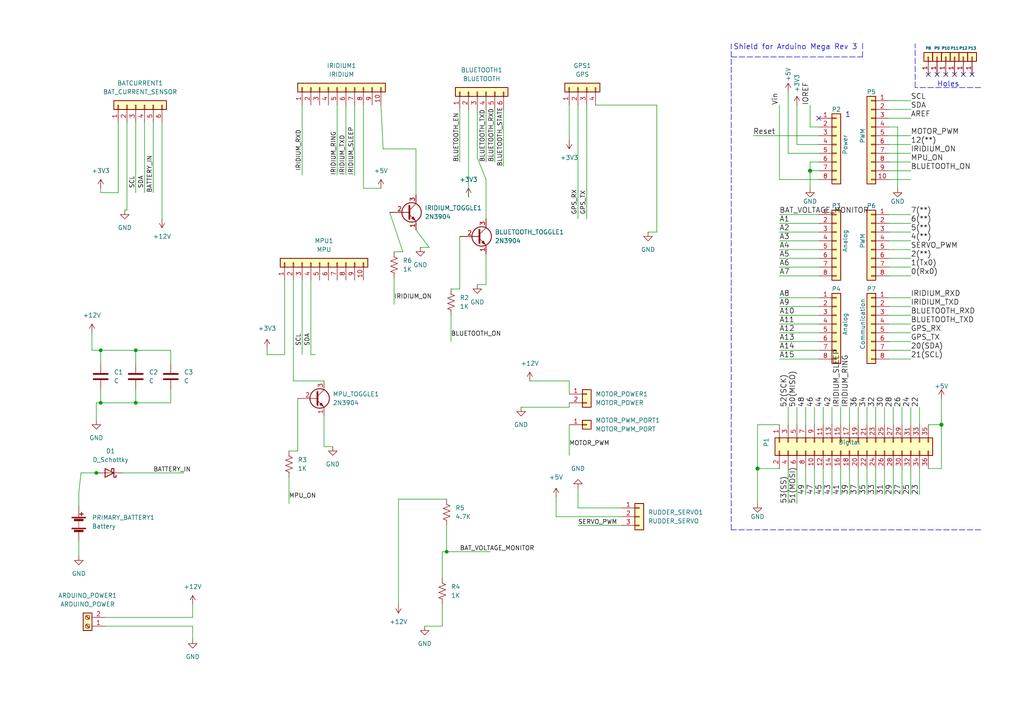
<source format=kicad_sch>
(kicad_sch (version 20211123) (generator eeschema)
  (paper "A4")
  (title_block (title "SAILFACE") (date "2022-04-10") (rev "1.0"))
  (lib_symbols
    (symbol "Connector:Screw_Terminal_01x02" (pin_names (offset 1.016) hide)
      (property "Reference" "J" (at 0 2.54 0))
      (property "Value" "Screw_Terminal_01x02" (at 0 -5.08 0))
      (symbol "Screw_Terminal_01x02_1_1"
        (rectangle (start -1.27 1.27) (end 1.27 -3.81) (stroke (width 0.254)) (fill (type background)))
        (circle (center 0 -2.54) (radius 0.635) (stroke (width 0.1524)))
        (polyline (pts (xy -0.5334 -2.2098) (xy 0.3302 -3.048)) (stroke (width 0.1524)))
        (polyline (pts (xy -0.5334 0.3302) (xy 0.3302 -0.508)) (stroke (width 0.1524)))
        (polyline (pts (xy -0.3556 -2.032) (xy 0.508 -2.8702)) (stroke (width 0.1524)))
        (polyline (pts (xy -0.3556 0.508) (xy 0.508 -0.3302)) (stroke (width 0.1524)))
        (circle (center 0 0) (radius 0.635) (stroke (width 0.1524)))
        (pin passive line (at -5.08 0 0) (length 3.81) (name "Pin_1") (number "1"))
        (pin passive line (at -5.08 -2.54 0) (length 3.81) (name "Pin_2") (number "2"))
      )
    )
    (symbol "Connector_Generic:Conn_01x01" (pin_names (offset 1.016) hide)
      (property "Reference" "J" (at 0 2.54 0))
      (property "Value" "Conn_01x01" (at 0 -2.54 0))
      (symbol "Conn_01x01_1_1"
        (rectangle (start -1.27 0.127) (end 0 -0.127) (stroke (width 0.1524)))
        (rectangle (start -1.27 1.27) (end 1.27 -1.27) (stroke (width 0.254)) (fill (type background)))
        (pin passive line (at -5.08 0 0) (length 3.81) (name "Pin_1") (number "1"))
      )
    )
    (symbol "Connector_Generic:Conn_01x02" (pin_names (offset 1.016) hide)
      (property "Reference" "J" (at 0 2.54 0))
      (property "Value" "Conn_01x02" (at 0 -5.08 0))
      (symbol "Conn_01x02_1_1"
        (rectangle (start -1.27 -2.413) (end 0 -2.667) (stroke (width 0.1524)))
        (rectangle (start -1.27 0.127) (end 0 -0.127) (stroke (width 0.1524)))
        (rectangle (start -1.27 1.27) (end 1.27 -3.81) (stroke (width 0.254)) (fill (type background)))
        (pin passive line (at -5.08 0 0) (length 3.81) (name "Pin_1") (number "1"))
        (pin passive line (at -5.08 -2.54 0) (length 3.81) (name "Pin_2") (number "2"))
      )
    )
    (symbol "Connector_Generic:Conn_01x03" (pin_names (offset 1.016) hide)
      (property "Reference" "J" (at 0 5.08 0))
      (property "Value" "Conn_01x03" (at 0 -5.08 0))
      (symbol "Conn_01x03_1_1"
        (rectangle (start -1.27 -2.413) (end 0 -2.667) (stroke (width 0.1524)))
        (rectangle (start -1.27 0.127) (end 0 -0.127) (stroke (width 0.1524)))
        (rectangle (start -1.27 2.667) (end 0 2.413) (stroke (width 0.1524)))
        (rectangle (start -1.27 3.81) (end 1.27 -3.81) (stroke (width 0.254)) (fill (type background)))
        (pin passive line (at -5.08 2.54 0) (length 3.81) (name "Pin_1") (number "1"))
        (pin passive line (at -5.08 0 0) (length 3.81) (name "Pin_2") (number "2"))
        (pin passive line (at -5.08 -2.54 0) (length 3.81) (name "Pin_3") (number "3"))
      )
    )
    (symbol "Connector_Generic:Conn_01x04" (pin_names (offset 1.016) hide)
      (property "Reference" "J" (at 0 5.08 0))
      (property "Value" "Conn_01x04" (at 0 -7.62 0))
      (symbol "Conn_01x04_1_1"
        (rectangle (start -1.27 -4.953) (end 0 -5.207) (stroke (width 0.1524)))
        (rectangle (start -1.27 -2.413) (end 0 -2.667) (stroke (width 0.1524)))
        (rectangle (start -1.27 0.127) (end 0 -0.127) (stroke (width 0.1524)))
        (rectangle (start -1.27 2.667) (end 0 2.413) (stroke (width 0.1524)))
        (rectangle (start -1.27 3.81) (end 1.27 -6.35) (stroke (width 0.254)) (fill (type background)))
        (pin passive line (at -5.08 2.54 0) (length 3.81) (name "Pin_1") (number "1"))
        (pin passive line (at -5.08 0 0) (length 3.81) (name "Pin_2") (number "2"))
        (pin passive line (at -5.08 -2.54 0) (length 3.81) (name "Pin_3") (number "3"))
        (pin passive line (at -5.08 -5.08 0) (length 3.81) (name "Pin_4") (number "4"))
      )
    )
    (symbol "Connector_Generic:Conn_01x06" (pin_names (offset 1.016) hide)
      (property "Reference" "J" (at 0 7.62 0))
      (property "Value" "Conn_01x06" (at 0 -10.16 0))
      (symbol "Conn_01x06_1_1"
        (rectangle (start -1.27 -7.493) (end 0 -7.747) (stroke (width 0.1524)))
        (rectangle (start -1.27 -4.953) (end 0 -5.207) (stroke (width 0.1524)))
        (rectangle (start -1.27 -2.413) (end 0 -2.667) (stroke (width 0.1524)))
        (rectangle (start -1.27 0.127) (end 0 -0.127) (stroke (width 0.1524)))
        (rectangle (start -1.27 2.667) (end 0 2.413) (stroke (width 0.1524)))
        (rectangle (start -1.27 5.207) (end 0 4.953) (stroke (width 0.1524)))
        (rectangle (start -1.27 6.35) (end 1.27 -8.89) (stroke (width 0.254)) (fill (type background)))
        (pin passive line (at -5.08 5.08 0) (length 3.81) (name "Pin_1") (number "1"))
        (pin passive line (at -5.08 2.54 0) (length 3.81) (name "Pin_2") (number "2"))
        (pin passive line (at -5.08 0 0) (length 3.81) (name "Pin_3") (number "3"))
        (pin passive line (at -5.08 -2.54 0) (length 3.81) (name "Pin_4") (number "4"))
        (pin passive line (at -5.08 -5.08 0) (length 3.81) (name "Pin_5") (number "5"))
        (pin passive line (at -5.08 -7.62 0) (length 3.81) (name "Pin_6") (number "6"))
      )
    )
    (symbol "Connector_Generic:Conn_01x08" (pin_names (offset 1.016) hide)
      (property "Reference" "J" (at 0 10.16 0))
      (property "Value" "Conn_01x08" (at 0 -12.7 0))
      (symbol "Conn_01x08_1_1"
        (rectangle (start -1.27 -10.033) (end 0 -10.287) (stroke (width 0.1524)))
        (rectangle (start -1.27 -7.493) (end 0 -7.747) (stroke (width 0.1524)))
        (rectangle (start -1.27 -4.953) (end 0 -5.207) (stroke (width 0.1524)))
        (rectangle (start -1.27 -2.413) (end 0 -2.667) (stroke (width 0.1524)))
        (rectangle (start -1.27 0.127) (end 0 -0.127) (stroke (width 0.1524)))
        (rectangle (start -1.27 2.667) (end 0 2.413) (stroke (width 0.1524)))
        (rectangle (start -1.27 5.207) (end 0 4.953) (stroke (width 0.1524)))
        (rectangle (start -1.27 7.747) (end 0 7.493) (stroke (width 0.1524)))
        (rectangle (start -1.27 8.89) (end 1.27 -11.43) (stroke (width 0.254)) (fill (type background)))
        (pin passive line (at -5.08 7.62 0) (length 3.81) (name "Pin_1") (number "1"))
        (pin passive line (at -5.08 5.08 0) (length 3.81) (name "Pin_2") (number "2"))
        (pin passive line (at -5.08 2.54 0) (length 3.81) (name "Pin_3") (number "3"))
        (pin passive line (at -5.08 0 0) (length 3.81) (name "Pin_4") (number "4"))
        (pin passive line (at -5.08 -2.54 0) (length 3.81) (name "Pin_5") (number "5"))
        (pin passive line (at -5.08 -5.08 0) (length 3.81) (name "Pin_6") (number "6"))
        (pin passive line (at -5.08 -7.62 0) (length 3.81) (name "Pin_7") (number "7"))
        (pin passive line (at -5.08 -10.16 0) (length 3.81) (name "Pin_8") (number "8"))
      )
    )
    (symbol "Connector_Generic:Conn_01x10" (pin_names (offset 1.016) hide)
      (property "Reference" "J" (at 0 12.7 0))
      (property "Value" "Conn_01x10" (at 0 -15.24 0))
      (symbol "Conn_01x10_1_1"
        (rectangle (start -1.27 -12.573) (end 0 -12.827) (stroke (width 0.1524)))
        (rectangle (start -1.27 -10.033) (end 0 -10.287) (stroke (width 0.1524)))
        (rectangle (start -1.27 -7.493) (end 0 -7.747) (stroke (width 0.1524)))
        (rectangle (start -1.27 -4.953) (end 0 -5.207) (stroke (width 0.1524)))
        (rectangle (start -1.27 -2.413) (end 0 -2.667) (stroke (width 0.1524)))
        (rectangle (start -1.27 0.127) (end 0 -0.127) (stroke (width 0.1524)))
        (rectangle (start -1.27 2.667) (end 0 2.413) (stroke (width 0.1524)))
        (rectangle (start -1.27 5.207) (end 0 4.953) (stroke (width 0.1524)))
        (rectangle (start -1.27 7.747) (end 0 7.493) (stroke (width 0.1524)))
        (rectangle (start -1.27 10.287) (end 0 10.033) (stroke (width 0.1524)))
        (rectangle (start -1.27 11.43) (end 1.27 -13.97) (stroke (width 0.254)) (fill (type background)))
        (pin passive line (at -5.08 10.16 0) (length 3.81) (name "Pin_1") (number "1"))
        (pin passive line (at -5.08 -12.7 0) (length 3.81) (name "Pin_10") (number "10"))
        (pin passive line (at -5.08 7.62 0) (length 3.81) (name "Pin_2") (number "2"))
        (pin passive line (at -5.08 5.08 0) (length 3.81) (name "Pin_3") (number "3"))
        (pin passive line (at -5.08 2.54 0) (length 3.81) (name "Pin_4") (number "4"))
        (pin passive line (at -5.08 0 0) (length 3.81) (name "Pin_5") (number "5"))
        (pin passive line (at -5.08 -2.54 0) (length 3.81) (name "Pin_6") (number "6"))
        (pin passive line (at -5.08 -5.08 0) (length 3.81) (name "Pin_7") (number "7"))
        (pin passive line (at -5.08 -7.62 0) (length 3.81) (name "Pin_8") (number "8"))
        (pin passive line (at -5.08 -10.16 0) (length 3.81) (name "Pin_9") (number "9"))
      )
    )
    (symbol "Connector_Generic:Conn_02x18_Odd_Even" (pin_names (offset 1.016) hide)
      (property "Reference" "J" (at 1.27 22.86 0))
      (property "Value" "Conn_02x18_Odd_Even" (at 1.27 -25.4 0))
      (symbol "Conn_02x18_Odd_Even_1_1"
        (rectangle (start -1.27 -22.733) (end 0 -22.987) (stroke (width 0.1524)))
        (rectangle (start -1.27 -20.193) (end 0 -20.447) (stroke (width 0.1524)))
        (rectangle (start -1.27 -17.653) (end 0 -17.907) (stroke (width 0.1524)))
        (rectangle (start -1.27 -15.113) (end 0 -15.367) (stroke (width 0.1524)))
        (rectangle (start -1.27 -12.573) (end 0 -12.827) (stroke (width 0.1524)))
        (rectangle (start -1.27 -10.033) (end 0 -10.287) (stroke (width 0.1524)))
        (rectangle (start -1.27 -7.493) (end 0 -7.747) (stroke (width 0.1524)))
        (rectangle (start -1.27 -4.953) (end 0 -5.207) (stroke (width 0.1524)))
        (rectangle (start -1.27 -2.413) (end 0 -2.667) (stroke (width 0.1524)))
        (rectangle (start -1.27 0.127) (end 0 -0.127) (stroke (width 0.1524)))
        (rectangle (start -1.27 2.667) (end 0 2.413) (stroke (width 0.1524)))
        (rectangle (start -1.27 5.207) (end 0 4.953) (stroke (width 0.1524)))
        (rectangle (start -1.27 7.747) (end 0 7.493) (stroke (width 0.1524)))
        (rectangle (start -1.27 10.287) (end 0 10.033) (stroke (width 0.1524)))
        (rectangle (start -1.27 12.827) (end 0 12.573) (stroke (width 0.1524)))
        (rectangle (start -1.27 15.367) (end 0 15.113) (stroke (width 0.1524)))
        (rectangle (start -1.27 17.907) (end 0 17.653) (stroke (width 0.1524)))
        (rectangle (start -1.27 20.447) (end 0 20.193) (stroke (width 0.1524)))
        (rectangle (start -1.27 21.59) (end 3.81 -24.13) (stroke (width 0.254)) (fill (type background)))
        (rectangle (start 3.81 -22.733) (end 2.54 -22.987) (stroke (width 0.1524)))
        (rectangle (start 3.81 -20.193) (end 2.54 -20.447) (stroke (width 0.1524)))
        (rectangle (start 3.81 -17.653) (end 2.54 -17.907) (stroke (width 0.1524)))
        (rectangle (start 3.81 -15.113) (end 2.54 -15.367) (stroke (width 0.1524)))
        (rectangle (start 3.81 -12.573) (end 2.54 -12.827) (stroke (width 0.1524)))
        (rectangle (start 3.81 -10.033) (end 2.54 -10.287) (stroke (width 0.1524)))
        (rectangle (start 3.81 -7.493) (end 2.54 -7.747) (stroke (width 0.1524)))
        (rectangle (start 3.81 -4.953) (end 2.54 -5.207) (stroke (width 0.1524)))
        (rectangle (start 3.81 -2.413) (end 2.54 -2.667) (stroke (width 0.1524)))
        (rectangle (start 3.81 0.127) (end 2.54 -0.127) (stroke (width 0.1524)))
        (rectangle (start 3.81 2.667) (end 2.54 2.413) (stroke (width 0.1524)))
        (rectangle (start 3.81 5.207) (end 2.54 4.953) (stroke (width 0.1524)))
        (rectangle (start 3.81 7.747) (end 2.54 7.493) (stroke (width 0.1524)))
        (rectangle (start 3.81 10.287) (end 2.54 10.033) (stroke (width 0.1524)))
        (rectangle (start 3.81 12.827) (end 2.54 12.573) (stroke (width 0.1524)))
        (rectangle (start 3.81 15.367) (end 2.54 15.113) (stroke (width 0.1524)))
        (rectangle (start 3.81 17.907) (end 2.54 17.653) (stroke (width 0.1524)))
        (rectangle (start 3.81 20.447) (end 2.54 20.193) (stroke (width 0.1524)))
        (pin passive line (at -5.08 20.32 0) (length 3.81) (name "Pin_1") (number "1"))
        (pin passive line (at 7.62 10.16 180) (length 3.81) (name "Pin_10") (number "10"))
        (pin passive line (at -5.08 7.62 0) (length 3.81) (name "Pin_11") (number "11"))
        (pin passive line (at 7.62 7.62 180) (length 3.81) (name "Pin_12") (number "12"))
        (pin passive line (at -5.08 5.08 0) (length 3.81) (name "Pin_13") (number "13"))
        (pin passive line (at 7.62 5.08 180) (length 3.81) (name "Pin_14") (number "14"))
        (pin passive line (at -5.08 2.54 0) (length 3.81) (name "Pin_15") (number "15"))
        (pin passive line (at 7.62 2.54 180) (length 3.81) (name "Pin_16") (number "16"))
        (pin passive line (at -5.08 0 0) (length 3.81) (name "Pin_17") (number "17"))
        (pin passive line (at 7.62 0 180) (length 3.81) (name "Pin_18") (number "18"))
        (pin passive line (at -5.08 -2.54 0) (length 3.81) (name "Pin_19") (number "19"))
        (pin passive line (at 7.62 20.32 180) (length 3.81) (name "Pin_2") (number "2"))
        (pin passive line (at 7.62 -2.54 180) (length 3.81) (name "Pin_20") (number "20"))
        (pin passive line (at -5.08 -5.08 0) (length 3.81) (name "Pin_21") (number "21"))
        (pin passive line (at 7.62 -5.08 180) (length 3.81) (name "Pin_22") (number "22"))
        (pin passive line (at -5.08 -7.62 0) (length 3.81) (name "Pin_23") (number "23"))
        (pin passive line (at 7.62 -7.62 180) (length 3.81) (name "Pin_24") (number "24"))
        (pin passive line (at -5.08 -10.16 0) (length 3.81) (name "Pin_25") (number "25"))
        (pin passive line (at 7.62 -10.16 180) (length 3.81) (name "Pin_26") (number "26"))
        (pin passive line (at -5.08 -12.7 0) (length 3.81) (name "Pin_27") (number "27"))
        (pin passive line (at 7.62 -12.7 180) (length 3.81) (name "Pin_28") (number "28"))
        (pin passive line (at -5.08 -15.24 0) (length 3.81) (name "Pin_29") (number "29"))
        (pin passive line (at -5.08 17.78 0) (length 3.81) (name "Pin_3") (number "3"))
        (pin passive line (at 7.62 -15.24 180) (length 3.81) (name "Pin_30") (number "30"))
        (pin passive line (at -5.08 -17.78 0) (length 3.81) (name "Pin_31") (number "31"))
        (pin passive line (at 7.62 -17.78 180) (length 3.81) (name "Pin_32") (number "32"))
        (pin passive line (at -5.08 -20.32 0) (length 3.81) (name "Pin_33") (number "33"))
        (pin passive line (at 7.62 -20.32 180) (length 3.81) (name "Pin_34") (number "34"))
        (pin passive line (at -5.08 -22.86 0) (length 3.81) (name "Pin_35") (number "35"))
        (pin passive line (at 7.62 -22.86 180) (length 3.81) (name "Pin_36") (number "36"))
        (pin passive line (at 7.62 17.78 180) (length 3.81) (name "Pin_4") (number "4"))
        (pin passive line (at -5.08 15.24 0) (length 3.81) (name "Pin_5") (number "5"))
        (pin passive line (at 7.62 15.24 180) (length 3.81) (name "Pin_6") (number "6"))
        (pin passive line (at -5.08 12.7 0) (length 3.81) (name "Pin_7") (number "7"))
        (pin passive line (at 7.62 12.7 180) (length 3.81) (name "Pin_8") (number "8"))
        (pin passive line (at -5.08 10.16 0) (length 3.81) (name "Pin_9") (number "9"))
      )
    )
    (symbol "Device:Battery" (pin_numbers hide) (pin_names (offset 0) hide)
      (property "Reference" "BT" (at 2.54 2.54 0))
      (property "Value" "Battery" (at 2.54 0 0))
      (symbol "Battery_0_1"
        (rectangle (start -2.032 -1.397) (end 2.032 -1.651) (fill (type outline)))
        (rectangle (start -2.032 1.778) (end 2.032 1.524) (fill (type outline)))
        (rectangle (start -1.3208 -1.9812) (end 1.27 -2.4892) (fill (type outline)))
        (rectangle (start -1.3208 1.1938) (end 1.27 0.6858) (fill (type outline)))
        (polyline (pts (xy 0 -1.524) (xy 0 -1.27)))
        (polyline (pts (xy 0 -1.016) (xy 0 -0.762)))
        (polyline (pts (xy 0 -0.508) (xy 0 -0.254)))
        (polyline (pts (xy 0 0) (xy 0 0.254)))
        (polyline (pts (xy 0 0.508) (xy 0 0.762)))
        (polyline (pts (xy 0 1.778) (xy 0 2.54)))
        (polyline (pts (xy 0.254 2.667) (xy 1.27 2.667)) (stroke (width 0.254)))
        (polyline (pts (xy 0.762 3.175) (xy 0.762 2.159)) (stroke (width 0.254)))
      )
      (symbol "Battery_1_1"
        (pin passive line (at 0 5.08 270) (length 2.54) (name "+") (number "1"))
        (pin passive line (at 0 -5.08 90) (length 2.54) (name "-") (number "2"))
      )
    )
    (symbol "Device:C" (pin_numbers hide) (pin_names (offset 0.254))
      (property "Reference" "C" (at 0.635 2.54 0))
      (property "Value" "C" (at 0.635 -2.54 0))
      (symbol "C_0_1"
        (polyline (pts (xy -2.032 -0.762) (xy 2.032 -0.762)) (stroke (width 0.508)))
        (polyline (pts (xy -2.032 0.762) (xy 2.032 0.762)) (stroke (width 0.508)))
      )
      (symbol "C_1_1"
        (pin passive line (at 0 3.81 270) (length 2.794) (name "~") (number "1"))
        (pin passive line (at 0 -3.81 90) (length 2.794) (name "~") (number "2"))
      )
    )
    (symbol "Device:D_Schottky" (pin_numbers hide) (pin_names (offset 1.016) hide)
      (property "Reference" "D" (at 0 2.54 0))
      (property "Value" "D_Schottky" (at 0 -2.54 0))
      (symbol "D_Schottky_0_1"
        (polyline (pts (xy 1.27 0) (xy -1.27 0)))
        (polyline (pts (xy 1.27 1.27) (xy 1.27 -1.27) (xy -1.27 0) (xy 1.27 1.27)) (stroke (width 0.254)))
        (polyline (pts (xy -1.905 0.635) (xy -1.905 1.27) (xy -1.27 1.27) (xy -1.27 -1.27) (xy -0.635 -1.27) (xy -0.635 -0.635)) (stroke (width 0.254)))
      )
      (symbol "D_Schottky_1_1"
        (pin passive line (at -3.81 0 0) (length 2.54) (name "K") (number "1"))
        (pin passive line (at 3.81 0 180) (length 2.54) (name "A") (number "2"))
      )
    )
    (symbol "Device:R_US" (pin_numbers hide) (pin_names (offset 0))
      (property "Reference" "R" (at 2.54 0 90))
      (property "Value" "R_US" (at -2.54 0 90))
      (symbol "R_US_0_1"
        (polyline (pts (xy 0 -2.286) (xy 0 -2.54)))
        (polyline (pts (xy 0 2.286) (xy 0 2.54)))
        (polyline (pts (xy 0 -0.762) (xy 1.016 -1.143) (xy 0 -1.524) (xy -1.016 -1.905) (xy 0 -2.286)))
        (polyline (pts (xy 0 0.762) (xy 1.016 0.381) (xy 0 0) (xy -1.016 -0.381) (xy 0 -0.762)))
        (polyline (pts (xy 0 2.286) (xy 1.016 1.905) (xy 0 1.524) (xy -1.016 1.143) (xy 0 0.762)))
      )
      (symbol "R_US_1_1"
        (pin passive line (at 0 3.81 270) (length 1.27) (name "~") (number "1"))
        (pin passive line (at 0 -3.81 90) (length 1.27) (name "~") (number "2"))
      )
    )
    (symbol "Transistor_BJT:2N3904" (pin_names (offset 0) hide)
      (property "Reference" "Q" (at 5.08 1.905 0))
      (property "Value" "2N3904" (at 5.08 0 0))
      (symbol "2N3904_0_1"
        (polyline (pts (xy 0.635 0.635) (xy 2.54 2.54)))
        (polyline (pts (xy 0.635 -0.635) (xy 2.54 -2.54) (xy 2.54 -2.54)))
        (polyline (pts (xy 0.635 1.905) (xy 0.635 -1.905) (xy 0.635 -1.905)) (stroke (width 0.508)))
        (polyline (pts (xy 1.27 -1.778) (xy 1.778 -1.27) (xy 2.286 -2.286) (xy 1.27 -1.778) (xy 1.27 -1.778)) (fill (type outline)))
        (circle (center 1.27 0) (radius 2.8194) (stroke (width 0.254)))
      )
      (symbol "2N3904_1_1"
        (pin passive line (at 2.54 -5.08 90) (length 2.54) (name "E") (number "1"))
        (pin passive line (at -5.08 0 0) (length 5.715) (name "B") (number "2"))
        (pin passive line (at 2.54 5.08 270) (length 2.54) (name "C") (number "3"))
      )
    )
    (symbol "power:+12V" (power) (pin_names (offset 0))
      (property "Value" "+12V" (at 0 3.556 0))
      (symbol "+12V_0_1"
        (polyline (pts (xy -0.762 1.27) (xy 0 2.54)))
        (polyline (pts (xy 0 0) (xy 0 2.54)))
        (polyline (pts (xy 0 2.54) (xy 0.762 1.27)))
      )
      (symbol "+12V_1_1"
        (pin power_in line (at 0 0 90) (length 0) hide (name "+12V") (number "1"))
      )
    )
    (symbol "power:+3.3V" (power) (pin_names (offset 0))
      (property "Value" "+3.3V" (at 0 3.556 0))
      (symbol "+3.3V_0_1"
        (polyline (pts (xy -0.762 1.27) (xy 0 2.54)))
        (polyline (pts (xy 0 0) (xy 0 2.54)))
        (polyline (pts (xy 0 2.54) (xy 0.762 1.27)))
      )
      (symbol "+3.3V_1_1"
        (pin power_in line (at 0 0 90) (length 0) hide (name "+3V3") (number "1"))
      )
    )
    (symbol "power:+3V3" (power) (pin_names (offset 0))
      (property "Value" "+3V3" (at 0 3.556 0))
      (symbol "+3V3_0_1"
        (polyline (pts (xy -0.762 1.27) (xy 0 2.54)))
        (polyline (pts (xy 0 0) (xy 0 2.54)))
        (polyline (pts (xy 0 2.54) (xy 0.762 1.27)))
      )
      (symbol "+3V3_1_1"
        (pin power_in line (at 0 0 90) (length 0) hide (name "+3V3") (number "1"))
      )
    )
    (symbol "power:+5V" (power) (pin_names (offset 0))
      (property "Value" "+5V" (at 0 3.556 0))
      (symbol "+5V_0_1"
        (polyline (pts (xy -0.762 1.27) (xy 0 2.54)))
        (polyline (pts (xy 0 0) (xy 0 2.54)))
        (polyline (pts (xy 0 2.54) (xy 0.762 1.27)))
      )
      (symbol "+5V_1_1"
        (pin power_in line (at 0 0 90) (length 0) hide (name "+5V") (number "1"))
      )
    )
    (symbol "power:GND" (power) (pin_names (offset 0))
      (property "Value" "GND" (at 0 -3.81 0))
      (symbol "GND_0_1"
        (polyline (pts (xy 0 0) (xy 0 -1.27) (xy 1.27 -1.27) (xy 0 -2.54) (xy -1.27 -1.27) (xy 0 -1.27)))
      )
      (symbol "GND_1_1"
        (pin power_in line (at 0 0 270) (length 0) hide (name "GND") (number "1"))
      )
    )
  )
  (junction (at 29.21 116.84))
  (junction (at 234.95 49.53) (diameter 1.016))
  (junction (at 273.05 123.19) (diameter 1.016))
  (junction (at 129.54 160.02))
  (junction (at 27.94 137.16))
  (junction (at 219.71 135.89) (diameter 1.016))
  (junction (at 29.21 101.6))
  (junction (at 39.37 101.6))
  (junction (at 39.37 116.84))
  (no_connect (at 269.24 21.59))
  (no_connect (at 271.78 21.59))
  (no_connect (at 281.94 21.59))
  (no_connect (at 276.86 21.59))
  (no_connect (at 279.4 21.59))
  (no_connect (at 237.49 34.29))
  (no_connect (at 274.32 21.59))
  (wire (pts (xy 257.81 80.01) (xy 264.16 80.01)))
  (wire (pts (xy 49.53 101.6) (xy 49.53 105.41)))
  (wire (pts (xy 228.6 135.89) (xy 228.6 146.05)))
  (wire (pts (xy 23.495 137.16) (xy 22.86 142.875)))
  (wire (pts (xy 226.06 80.01) (xy 237.49 80.01)))
  (wire (pts (xy 241.3 135.89) (xy 241.3 143.51)))
  (wire (pts (xy 86.36 115.57) (xy 86.36 130.81)))
  (wire (pts (xy 133.35 68.58) (xy 133.35 83.82)))
  (wire (pts (xy 83.82 138.43) (xy 83.82 146.05)))
  (wire (pts (xy 273.05 123.19) (xy 273.05 135.89)))
  (wire (pts (xy 167.64 152.4) (xy 180.34 152.4)))
  (wire (pts (xy 226.06 123.19) (xy 219.71 123.19)))
  (wire (pts (xy 257.81 44.45) (xy 264.16 44.45)))
  (wire (pts (xy 234.95 46.99) (xy 234.95 49.53)))
  (wire (pts (xy 22.86 146.685) (xy 22.86 142.875)))
  (wire (pts (xy 226.06 74.93) (xy 237.49 74.93)))
  (wire (pts (xy 236.22 135.89) (xy 236.22 143.51)))
  (wire (pts (xy 36.83 60.96) (xy 36.195 60.96)))
  (wire (pts (xy 39.37 101.6) (xy 39.37 105.41)))
  (wire (pts (xy 146.05 31.75) (xy 146.05 48.26)))
  (wire (pts (xy 138.43 45.72) (xy 140.97 52.07)))
  (wire (pts (xy 27.94 137.16) (xy 29.21 137.16)))
  (wire (pts (xy 35.56 137.16) (xy 53.34 137.16)))
  (wire (pts (xy 140.97 31.75) (xy 140.97 46.99)))
  (wire (pts (xy 133.35 83.82) (xy 130.81 83.82)))
  (wire (pts (xy 259.08 135.89) (xy 259.08 143.51)))
  (wire (pts (xy 26.67 96.52) (xy 26.67 101.6)))
  (wire (pts (xy 49.53 113.03) (xy 49.53 116.84)))
  (wire (pts (xy 234.95 49.53) (xy 234.95 54.61)))
  (wire (pts (xy 29.21 113.03) (xy 29.21 116.84)))
  (wire (pts (xy 248.92 123.19) (xy 248.92 118.11)))
  (wire (pts (xy 128.27 167.64) (xy 128.27 160.02)))
  (wire (pts (xy 161.29 149.86) (xy 180.34 149.86)))
  (wire (pts (xy 231.14 41.91) (xy 237.49 41.91)))
  (wire (pts (xy 167.64 141.605) (xy 167.64 147.32)))
  (polyline (pts (xy 284.48 25.4) (xy 265.43 25.4)) (stroke (width 0) (type dash)))
  (wire (pts (xy 228.6 44.45) (xy 237.49 44.45)))
  (wire (pts (xy 228.6 26.67) (xy 228.6 44.45)))
  (wire (pts (xy 97.79 30.48) (xy 97.79 50.8)))
  (wire (pts (xy 246.38 123.19) (xy 246.38 118.11)))
  (wire (pts (xy 226.06 104.14) (xy 237.49 104.14)))
  (wire (pts (xy 34.29 35.56) (xy 34.29 55.88)))
  (wire (pts (xy 116.84 73.025) (xy 114.3 73.025)))
  (wire (pts (xy 190.5 30.48) (xy 190.5 67.31)))
  (wire (pts (xy 55.88 181.61) (xy 55.88 185.42)))
  (wire (pts (xy 241.3 123.19) (xy 241.3 118.11)))
  (polyline (pts (xy 265.43 25.4) (xy 265.43 12.7)) (stroke (width 0) (type dash)))
  (wire (pts (xy 261.62 123.19) (xy 261.62 118.11)))
  (wire (pts (xy 29.21 55.88) (xy 34.29 55.88)))
  (wire (pts (xy 257.81 34.29) (xy 264.16 34.29)))
  (wire (pts (xy 77.47 102.87) (xy 77.47 100.965)))
  (wire (pts (xy 231.14 30.48) (xy 231.14 41.91)))
  (wire (pts (xy 26.67 101.6) (xy 29.21 101.6)))
  (wire (pts (xy 261.62 135.89) (xy 261.62 143.51)))
  (wire (pts (xy 237.49 62.23) (xy 226.06 62.23)))
  (wire (pts (xy 27.94 116.84) (xy 29.21 116.84)))
  (wire (pts (xy 237.49 101.6) (xy 226.06 101.6)))
  (wire (pts (xy 264.16 135.89) (xy 264.16 143.51)))
  (wire (pts (xy 85.09 81.28) (xy 85.09 110.49)))
  (wire (pts (xy 167.64 147.32) (xy 180.34 147.32)))
  (wire (pts (xy 238.76 135.89) (xy 238.76 143.51)))
  (wire (pts (xy 87.63 30.48) (xy 87.63 50.8)))
  (wire (pts (xy 23.495 137.16) (xy 27.94 137.16)))
  (wire (pts (xy 257.81 46.99) (xy 264.16 46.99)))
  (wire (pts (xy 257.81 99.06) (xy 264.16 99.06)))
  (wire (pts (xy 86.36 130.81) (xy 83.82 130.81)))
  (wire (pts (xy 257.81 29.21) (xy 264.16 29.21)))
  (wire (pts (xy 264.16 62.23) (xy 257.81 62.23)))
  (wire (pts (xy 111.125 43.18) (xy 120.65 43.18)))
  (wire (pts (xy 82.55 81.28) (xy 82.55 102.87)))
  (wire (pts (xy 219.71 123.19) (xy 219.71 135.89)))
  (wire (pts (xy 226.06 135.89) (xy 219.71 135.89)))
  (wire (pts (xy 138.43 31.75) (xy 138.43 45.72)))
  (wire (pts (xy 55.88 179.07) (xy 55.88 175.26)))
  (wire (pts (xy 266.7 135.89) (xy 266.7 143.51)))
  (wire (pts (xy 251.46 123.19) (xy 251.46 118.11)))
  (wire (pts (xy 128.27 181.61) (xy 128.27 175.26)))
  (wire (pts (xy 93.98 129.54) (xy 96.52 129.54)))
  (wire (pts (xy 234.95 36.83) (xy 234.95 30.48)))
  (wire (pts (xy 140.97 82.55) (xy 138.43 82.55)))
  (wire (pts (xy 128.27 160.02) (xy 129.54 160.02)))
  (wire (pts (xy 257.81 88.9) (xy 264.16 88.9)))
  (wire (pts (xy 29.21 116.84) (xy 39.37 116.84)))
  (wire (pts (xy 105.41 54.61) (xy 110.49 54.61)))
  (wire (pts (xy 257.81 39.37) (xy 264.16 39.37)))
  (wire (pts (xy 143.51 31.75) (xy 143.51 46.99)))
  (wire (pts (xy 237.49 36.83) (xy 234.95 36.83)))
  (polyline (pts (xy 212.09 16.51) (xy 250.19 16.51)) (stroke (width 0) (type dash)))
  (wire (pts (xy 41.91 35.56) (xy 41.91 55.88)))
  (wire (pts (xy 251.46 135.89) (xy 251.46 143.51)))
  (wire (pts (xy 248.92 135.89) (xy 248.92 143.51)))
  (wire (pts (xy 264.16 67.31) (xy 257.81 67.31)))
  (wire (pts (xy 190.5 67.31) (xy 187.96 67.31)))
  (wire (pts (xy 46.99 35.56) (xy 46.99 63.5)))
  (wire (pts (xy 264.16 41.91) (xy 257.81 41.91)))
  (wire (pts (xy 39.37 116.84) (xy 49.53 116.84)))
  (polyline (pts (xy 212.09 153.67) (xy 212.09 12.7)) (stroke (width 0) (type dash)))
  (wire (pts (xy 273.05 115.57) (xy 273.05 123.19)))
  (wire (pts (xy 238.76 123.19) (xy 238.76 118.11)))
  (wire (pts (xy 93.98 120.65) (xy 93.98 129.54)))
  (wire (pts (xy 167.64 30.48) (xy 167.64 63.5)))
  (wire (pts (xy 264.16 101.6) (xy 257.81 101.6)))
  (wire (pts (xy 257.81 104.14) (xy 264.16 104.14)))
  (wire (pts (xy 228.6 123.19) (xy 228.6 118.11)))
  (wire (pts (xy 29.21 101.6) (xy 39.37 101.6)))
  (wire (pts (xy 115.57 144.78) (xy 129.54 144.78)))
  (wire (pts (xy 85.09 110.49) (xy 93.98 110.49)))
  (wire (pts (xy 39.37 101.6) (xy 49.53 101.6)))
  (wire (pts (xy 243.84 135.89) (xy 243.84 143.51)))
  (wire (pts (xy 264.16 96.52) (xy 257.81 96.52)))
  (wire (pts (xy 264.16 31.75) (xy 257.81 31.75)))
  (wire (pts (xy 226.06 93.98) (xy 237.49 93.98)))
  (wire (pts (xy 256.54 135.89) (xy 256.54 143.51)))
  (wire (pts (xy 236.22 123.19) (xy 236.22 118.11)))
  (wire (pts (xy 237.49 67.31) (xy 226.06 67.31)))
  (wire (pts (xy 218.44 39.37) (xy 237.49 39.37)))
  (wire (pts (xy 260.35 36.83) (xy 257.81 36.83)))
  (wire (pts (xy 264.16 86.36) (xy 257.81 86.36)))
  (wire (pts (xy 257.81 64.77) (xy 264.16 64.77)))
  (wire (pts (xy 264.16 49.53) (xy 257.81 49.53)))
  (wire (pts (xy 273.05 123.19) (xy 269.24 123.19)))
  (wire (pts (xy 237.49 49.53) (xy 234.95 49.53)))
  (wire (pts (xy 30.48 179.07) (xy 55.88 179.07)))
  (wire (pts (xy 254 135.89) (xy 254 143.51)))
  (wire (pts (xy 254 123.19) (xy 254 118.11)))
  (wire (pts (xy 140.97 52.07) (xy 140.97 63.5)))
  (wire (pts (xy 246.38 135.89) (xy 246.38 143.51)))
  (wire (pts (xy 165.1 110.49) (xy 165.1 114.3)))
  (wire (pts (xy 256.54 123.19) (xy 256.54 118.11)))
  (wire (pts (xy 29.21 54.61) (xy 29.21 55.88)))
  (wire (pts (xy 237.49 52.07) (xy 226.06 52.07)))
  (wire (pts (xy 30.48 181.61) (xy 55.88 181.61)))
  (wire (pts (xy 226.06 64.77) (xy 237.49 64.77)))
  (wire (pts (xy 153.67 110.49) (xy 165.1 110.49)))
  (wire (pts (xy 165.1 30.48) (xy 165.1 40.64)))
  (wire (pts (xy 161.29 144.145) (xy 161.29 149.86)))
  (wire (pts (xy 100.33 30.48) (xy 100.33 50.8)))
  (wire (pts (xy 231.14 123.19) (xy 231.14 118.11)))
  (wire (pts (xy 140.97 73.66) (xy 140.97 82.55)))
  (wire (pts (xy 105.41 30.48) (xy 105.41 54.61)))
  (wire (pts (xy 266.7 123.19) (xy 266.7 118.11)))
  (wire (pts (xy 39.37 35.56) (xy 39.37 55.88)))
  (wire (pts (xy 27.94 121.92) (xy 27.94 116.84)))
  (wire (pts (xy 237.49 91.44) (xy 226.06 91.44)))
  (wire (pts (xy 257.81 93.98) (xy 264.16 93.98)))
  (wire (pts (xy 151.13 118.11) (xy 165.1 118.11)))
  (wire (pts (xy 82.55 102.87) (xy 77.47 102.87)))
  (wire (pts (xy 237.49 46.99) (xy 234.95 46.99)))
  (wire (pts (xy 226.06 99.06) (xy 237.49 99.06)))
  (wire (pts (xy 39.37 113.03) (xy 39.37 116.84)))
  (wire (pts (xy 243.84 123.19) (xy 243.84 118.11)))
  (wire (pts (xy 129.54 152.4) (xy 129.54 160.02)))
  (wire (pts (xy 90.17 81.28) (xy 90.17 102.87)))
  (wire (pts (xy 264.16 123.19) (xy 264.16 118.11)))
  (wire (pts (xy 226.06 88.9) (xy 237.49 88.9)))
  (wire (pts (xy 257.81 52.07) (xy 264.16 52.07)))
  (polyline (pts (xy 250.19 16.51) (xy 250.19 12.065)) (stroke (width 0) (type dash)))
  (wire (pts (xy 172.72 30.48) (xy 190.5 30.48)))
  (wire (pts (xy 114.3 80.645) (xy 114.3 88.265)))
  (wire (pts (xy 130.81 91.44) (xy 130.81 99.06)))
  (wire (pts (xy 264.16 91.44) (xy 257.81 91.44)))
  (wire (pts (xy 165.1 123.19) (xy 165.1 132.08)))
  (wire (pts (xy 226.06 69.85) (xy 237.49 69.85)))
  (wire (pts (xy 170.18 30.48) (xy 170.18 63.5)))
  (wire (pts (xy 259.08 123.19) (xy 259.08 118.11)))
  (wire (pts (xy 233.68 135.89) (xy 233.68 143.51)))
  (wire (pts (xy 102.87 30.48) (xy 102.87 50.8)))
  (wire (pts (xy 273.05 135.89) (xy 269.24 135.89)))
  (wire (pts (xy 22.86 156.845) (xy 22.86 161.29)))
  (wire (pts (xy 90.17 102.87) (xy 91.44 102.87)))
  (wire (pts (xy 237.49 86.36) (xy 226.06 86.36)))
  (wire (pts (xy 120.65 43.18) (xy 120.65 56.515)))
  (wire (pts (xy 233.68 123.19) (xy 233.68 118.11)))
  (wire (pts (xy 113.03 61.595) (xy 116.84 73.025)))
  (wire (pts (xy 44.45 35.56) (xy 44.45 55.88)))
  (wire (pts (xy 36.83 35.56) (xy 36.83 60.96)))
  (wire (pts (xy 165.1 118.11) (xy 165.1 116.84)))
  (wire (pts (xy 257.81 74.93) (xy 264.16 74.93)))
  (wire (pts (xy 231.14 135.89) (xy 231.14 146.05)))
  (wire (pts (xy 264.16 72.39) (xy 257.81 72.39)))
  (wire (pts (xy 123.19 181.61) (xy 128.27 181.61)))
  (wire (pts (xy 133.35 31.75) (xy 133.35 46.99)))
  (wire (pts (xy 124.46 71.755) (xy 121.92 71.755)))
  (wire (pts (xy 129.54 160.02) (xy 142.24 160.02)))
  (wire (pts (xy 29.21 101.6) (xy 29.21 105.41)))
  (wire (pts (xy 120.65 66.675) (xy 124.46 71.755)))
  (wire (pts (xy 111.125 43.18) (xy 110.49 30.48)))
  (wire (pts (xy 115.57 175.26) (xy 115.57 144.78)))
  (wire (pts (xy 264.16 77.47) (xy 257.81 77.47)))
  (wire (pts (xy 237.49 96.52) (xy 226.06 96.52)))
  (wire (pts (xy 87.63 81.28) (xy 87.63 102.87)))
  (wire (pts (xy 226.06 52.07) (xy 226.06 30.48)))
  (wire (pts (xy 219.71 135.89) (xy 219.71 146.05)))
  (wire (pts (xy 237.49 77.47) (xy 226.06 77.47)))
  (polyline (pts (xy 284.48 153.67) (xy 212.09 153.67)) (stroke (width 0) (type dash)))
  (wire (pts (xy 237.49 72.39) (xy 226.06 72.39)))
  (wire (pts (xy 260.35 54.61) (xy 260.35 36.83)))
  (wire (pts (xy 135.89 31.75) (xy 135.89 57.15)))
  (wire (pts (xy 257.81 69.85) (xy 264.16 69.85)))
  (text "1" (at 245.11 34.29 0) (effects (font (size 1.524 1.524)) (justify left bottom)))
  (text "Holes" (at 271.78 25.4 0) (effects (font (size 1.524 1.524)) (justify left bottom)))
  (text "Shield for Arduino Mega Rev 3" (at 212.725 14.605 0) (effects (font (size 1.524 1.524)) (justify left bottom)))
  (label "21(SCL)" (at 264.16 104.14 0) (effects (font (size 1.524 1.524))))
  (label "36" (at 248.92 118.11 90) (effects (font (size 1.524 1.524))))
  (label "SDA" (at 90.17 100.33 90))
  (label "0(Rx0)" (at 264.16 80.01 0) (effects (font (size 1.524 1.524))))
  (label "BLUETOOTH_TXD" (at 264.16 93.98 0) (effects (font (size 1.524 1.524))))
  (label "GPS_TX" (at 264.16 99.06 0) (effects (font (size 1.524 1.524))))
  (label "SDA" (at 264.16 31.75 0) (effects (font (size 1.524 1.524))))
  (label "A14" (at 226.06 101.6 0) (effects (font (size 1.524 1.524))))
  (label "51(MOSI)" (at 231.14 146.05 90) (effects (font (size 1.524 1.524))))
  (label "41" (at 243.84 143.51 90) (effects (font (size 1.524 1.524))))
  (label "BLUETOOTH_ON" (at 130.81 97.79 0))
  (label "43" (at 241.3 143.51 90) (effects (font (size 1.524 1.524))))
  (label "1(Tx0)" (at 264.16 77.47 0) (effects (font (size 1.524 1.524))))
  (label "BLUETOOTH_TXD" (at 140.97 46.99 90))
  (label "A3" (at 226.06 69.85 0) (effects (font (size 1.524 1.524))))
  (label "45" (at 238.76 143.51 90) (effects (font (size 1.524 1.524))))
  (label "BLUETOOTH_ON" (at 264.16 49.53 0) (effects (font (size 1.524 1.524))))
  (label "SCL" (at 264.16 29.21 0) (effects (font (size 1.524 1.524))))
  (label "A8" (at 226.06 86.36 0) (effects (font (size 1.524 1.524))))
  (label "IRIDIUM_RXD" (at 264.16 86.36 0) (effects (font (size 1.524 1.524))))
  (label "IRIDIUM_RXD" (at 87.63 49.53 90))
  (label "27" (at 261.62 143.51 90) (effects (font (size 1.524 1.524))))
  (label "12(**)" (at 264.16 41.91 0) (effects (font (size 1.524 1.524))))
  (label "A5" (at 226.06 74.93 0) (effects (font (size 1.524 1.524))))
  (label "IOREF" (at 234.95 30.48 90) (effects (font (size 1.524 1.524))))
  (label "SERVO_PWM" (at 264.16 72.39 0) (effects (font (size 1.524 1.524))))
  (label "IRIDIUM_ON" (at 114.3 86.995 0))
  (label "SDA" (at 41.91 54.61 90))
  (label "Reset" (at 218.44 39.37 0) (effects (font (size 1.524 1.524))))
  (label "BAT_VOLTAGE_MONITOR" (at 226.06 62.23 0) (effects (font (size 1.524 1.524))))
  (label "IRIDIUM_SLEEP" (at 102.87 50.8 90))
  (label "A1" (at 226.06 64.77 0) (effects (font (size 1.524 1.524))))
  (label "A11" (at 226.06 93.98 0) (effects (font (size 1.524 1.524))))
  (label "IRIDIUM_SLEEP" (at 243.84 118.11 90) (effects (font (size 1.524 1.524))))
  (label "53(SS)" (at 228.6 146.05 90) (effects (font (size 1.524 1.524))))
  (label "30" (at 256.54 118.11 90) (effects (font (size 1.524 1.524))))
  (label "31" (at 256.54 143.51 90) (effects (font (size 1.524 1.524))))
  (label "GPS_RX" (at 167.64 62.23 90))
  (label "28" (at 259.08 118.11 90) (effects (font (size 1.524 1.524))))
  (label "MPU_ON" (at 83.82 144.78 0))
  (label "GPS_TX" (at 170.18 62.23 90))
  (label "SCL" (at 39.37 54.61 90))
  (label "44" (at 238.76 118.11 90) (effects (font (size 1.524 1.524))))
  (label "6(**)" (at 264.16 64.77 0) (effects (font (size 1.524 1.524))))
  (label "BLUETOOTH_RXD" (at 143.51 46.99 90))
  (label "5(**)" (at 264.16 67.31 0) (effects (font (size 1.524 1.524))))
  (label "BATTERY_IN" (at 44.45 137.16 0))
  (label "37" (at 248.92 143.51 90) (effects (font (size 1.524 1.524))))
  (label "IRIDIUM_RING" (at 246.38 118.11 90) (effects (font (size 1.524 1.524))))
  (label "29" (at 259.08 143.51 90) (effects (font (size 1.524 1.524))))
  (label "GPS_RX" (at 264.16 96.52 0) (effects (font (size 1.524 1.524))))
  (label "IRIDIUM_RING" (at 97.79 50.8 90))
  (label "24" (at 264.16 118.11 90) (effects (font (size 1.524 1.524))))
  (label "IRIDIUM_TXD" (at 100.33 50.8 90))
  (label "A9" (at 226.06 88.9 0) (effects (font (size 1.524 1.524))))
  (label "39" (at 246.38 143.51 90) (effects (font (size 1.524 1.524))))
  (label "22" (at 266.7 118.11 90) (effects (font (size 1.524 1.524))))
  (label "A15" (at 226.06 104.14 0) (effects (font (size 1.524 1.524))))
  (label "A6" (at 226.06 77.47 0) (effects (font (size 1.524 1.524))))
  (label "48" (at 233.68 118.11 90) (effects (font (size 1.524 1.524))))
  (label "Vin" (at 226.06 30.48 90) (effects (font (size 1.524 1.524))))
  (label "A7" (at 226.06 80.01 0) (effects (font (size 1.524 1.524))))
  (label "23" (at 266.7 143.51 90) (effects (font (size 1.524 1.524))))
  (label "2(**)" (at 264.16 74.93 0) (effects (font (size 1.524 1.524))))
  (label "49" (at 233.68 143.51 90) (effects (font (size 1.524 1.524))))
  (label "BAT_VOLTAGE_MONITOR" (at 133.35 160.02 0))
  (label "A13" (at 226.06 99.06 0) (effects (font (size 1.524 1.524))))
  (label "A2" (at 226.06 67.31 0) (effects (font (size 1.524 1.524))))
  (label "A12" (at 226.06 96.52 0) (effects (font (size 1.524 1.524))))
  (label "50(MISO)" (at 231.14 118.11 90) (effects (font (size 1.524 1.524))))
  (label "52(SCK)" (at 228.6 118.11 90) (effects (font (size 1.524 1.524))))
  (label "26" (at 261.62 118.11 90) (effects (font (size 1.524 1.524))))
  (label "47" (at 236.22 143.51 90) (effects (font (size 1.524 1.524))))
  (label "A4" (at 226.06 72.39 0) (effects (font (size 1.524 1.524))))
  (label "SERVO_PWM" (at 167.64 152.4 0))
  (label "BLUETOOTH_EN" (at 133.35 46.99 90))
  (label "BATTERY_IN" (at 44.45 55.88 90))
  (label "42" (at 241.3 118.11 90) (effects (font (size 1.524 1.524))))
  (label "A10" (at 226.06 91.44 0) (effects (font (size 1.524 1.524))))
  (label "7(**)" (at 264.16 62.23 0) (effects (font (size 1.524 1.524))))
  (label "20(SDA)" (at 264.16 101.6 0) (effects (font (size 1.524 1.524))))
  (label "BLUETOOTH_RXD" (at 264.16 91.44 0) (effects (font (size 1.524 1.524))))
  (label "46" (at 236.22 118.11 90) (effects (font (size 1.524 1.524))))
  (label "IRIDIUM_ON" (at 264.16 44.45 0) (effects (font (size 1.524 1.524))))
  (label "BLUETOOTH_STATE" (at 146.05 48.26 90))
  (label "4(**)" (at 264.16 69.85 0) (effects (font (size 1.524 1.524))))
  (label "SCL" (at 87.63 100.33 90))
  (label "MOTOR_PWM" (at 165.1 129.54 0))
  (label "MOTOR_PWM" (at 264.16 39.37 0) (effects (font (size 1.524 1.524))))
  (label "IRIDIUM_TXD" (at 264.16 88.9 0) (effects (font (size 1.524 1.524))))
  (label "MPU_ON" (at 264.16 46.99 0) (effects (font (size 1.524 1.524))))
  (label "32" (at 254 118.11 90) (effects (font (size 1.524 1.524))))
  (label "33" (at 254 143.51 90) (effects (font (size 1.524 1.524))))
  (label "34" (at 251.46 118.11 90) (effects (font (size 1.524 1.524))))
  (label "35" (at 251.46 143.51 90) (effects (font (size 1.524 1.524))))
  (label "25" (at 264.16 143.51 90) (effects (font (size 1.524 1.524))))
  (label "AREF" (at 264.16 34.29 0) (effects (font (size 1.524 1.524))))
  (symbol (lib_id "Connector_Generic:Conn_01x01") (at 269.24 16.51 90) (unit 1)
    (property "Reference" "P8" (at 269.24 13.97 90) (effects (font (size 0.7874 0.7874))))
    (property "Value" "CONN_01X01" (effects hide))
    (property "Footprint" "Socket_Arduino_Mega:Arduino_1pin" (effects hide))
  )
  (symbol (lib_id "Connector_Generic:Conn_01x01") (at 271.78 16.51 90) (unit 1)
    (property "Reference" "P9" (at 271.78 13.97 90) (effects (font (size 0.7874 0.7874))))
    (property "Value" "CONN_01X01" (effects hide))
    (property "Footprint" "Socket_Arduino_Mega:Arduino_1pin" (effects hide))
  )
  (symbol (lib_id "Connector_Generic:Conn_01x01") (at 274.32 16.51 90) (unit 1)
    (property "Reference" "P10" (at 274.32 13.97 90) (effects (font (size 0.7874 0.7874))))
    (property "Value" "CONN_01X01" (effects hide))
    (property "Footprint" "Socket_Arduino_Mega:Arduino_1pin" (effects hide))
  )
  (symbol (lib_id "Connector_Generic:Conn_01x01") (at 276.86 16.51 90) (unit 1)
    (property "Reference" "P11" (at 276.86 13.97 90) (effects (font (size 0.7874 0.7874))))
    (property "Value" "CONN_01X01" (effects hide))
    (property "Footprint" "Socket_Arduino_Mega:Arduino_1pin" (effects hide))
  )
  (symbol (lib_id "Connector_Generic:Conn_01x01") (at 279.4 16.51 90) (unit 1)
    (property "Reference" "P12" (at 279.4 13.97 90) (effects (font (size 0.7874 0.7874))))
    (property "Value" "CONN_01X01" (effects hide))
    (property "Footprint" "Socket_Arduino_Mega:Arduino_1pin" (effects hide))
  )
  (symbol (lib_id "Connector_Generic:Conn_01x01") (at 281.94 16.51 90) (unit 1)
    (property "Reference" "P13" (at 281.94 13.97 90) (effects (font (size 0.7874 0.7874))))
    (property "Value" "CONN_01X01" (effects hide))
    (property "Footprint" "Socket_Arduino_Mega:Arduino_1pin" (effects hide))
  )
  (symbol (lib_id "Connector_Generic:Conn_01x08") (at 242.57 41.91 0) (unit 1)
    (property "Reference" "P2" (at 242.57 31.75 0))
    (property "Value" "Power" (at 245.11 41.91 90))
    (property "Footprint" "Socket_Arduino_Mega:Socket_Strip_Arduino_1x08" (effects hide))
  )
  (symbol (lib_id "power:+3V3") (at 231.14 30.48 0) (unit 1)
    (property "Reference" "#PWR01" (effects hide))
    (property "Value" "+3.3V" (at 231.14 24.13 90))
  )
  (symbol (lib_id "power:+5V") (at 228.6 26.67 0) (unit 1)
    (property "Reference" "#PWR02" (effects hide))
    (property "Value" "+5V" (at 228.6 21.59 90))
  )
  (symbol (lib_id "power:GND") (at 234.95 54.61 0) (unit 1)
    (property "Reference" "#PWR03" (effects hide))
    (property "Value" "GND" (at 234.95 58.42 0))
  )
  (symbol (lib_id "Connector_Generic:Conn_01x10") (at 252.73 39.37 0) (mirror y) (unit 1)
    (property "Reference" "P5" (at 252.73 26.67 0))
    (property "Value" "PWM" (at 250.19 39.37 90))
    (property "Footprint" "Socket_Arduino_Mega:Socket_Strip_Arduino_1x10" (effects hide))
  )
  (symbol (lib_id "power:GND") (at 260.35 54.61 0) (unit 1)
    (property "Reference" "#PWR04" (effects hide))
    (property "Value" "GND" (at 260.35 58.42 0))
  )
  (symbol (lib_id "Connector_Generic:Conn_01x08") (at 242.57 69.85 0) (unit 1)
    (property "Reference" "P3" (at 242.57 59.69 0))
    (property "Value" "Analog" (at 245.11 69.85 90))
    (property "Footprint" "Socket_Arduino_Mega:Socket_Strip_Arduino_1x08" (effects hide))
  )
  (symbol (lib_id "Connector_Generic:Conn_01x08") (at 252.73 69.85 0) (mirror y) (unit 1)
    (property "Reference" "P6" (at 252.73 59.69 0))
    (property "Value" "PWM" (at 250.19 69.85 90))
    (property "Footprint" "Socket_Arduino_Mega:Socket_Strip_Arduino_1x08" (effects hide))
  )
  (symbol (lib_id "Connector_Generic:Conn_01x08") (at 242.57 93.98 0) (unit 1)
    (property "Reference" "P4" (at 242.57 83.82 0))
    (property "Value" "Analog" (at 245.11 93.98 90))
    (property "Footprint" "Socket_Arduino_Mega:Socket_Strip_Arduino_1x08" (effects hide))
  )
  (symbol (lib_id "Connector_Generic:Conn_01x08") (at 252.73 93.98 0) (mirror y) (unit 1)
    (property "Reference" "P7" (at 252.73 83.82 0))
    (property "Value" "Communication" (at 250.19 93.98 90))
    (property "Footprint" "Socket_Arduino_Mega:Socket_Strip_Arduino_1x08" (effects hide))
  )
  (symbol (lib_id "Connector_Generic:Conn_02x18_Odd_Even") (at 246.38 128.27 90) (mirror x) (unit 1)
    (property "Reference" "P1" (at 222.25 128.27 0))
    (property "Value" "Digital" (at 246.38 128.27 90))
    (property "Footprint" "Socket_Arduino_Mega:Socket_Strip_Arduino_2x18" (effects hide))
  )
  (symbol (lib_id "power:GND") (at 219.71 146.05 0) (unit 1)
    (property "Reference" "#PWR05" (effects hide))
    (property "Value" "GND" (at 219.71 149.86 0))
  )
  (symbol (lib_id "power:+5V") (at 273.05 115.57 0) (unit 1)
    (property "Reference" "#PWR06" (effects hide))
    (property "Value" "+5V" (at 273.05 112.014 0))
  )
  (symbol (lib_id "Connector_Generic:Conn_01x02") (at 170.18 114.3 0) (unit 1)
    (property "Reference" "MOTOR_POWER1" (at 172.72 114.2999 0) (effects (justify left)))
    (property "Value" "MOTOR_POWER" (at 172.72 116.8399 0) (effects (justify left)))
    (property "Footprint" "Connector_PinSocket_2.54mm:PinSocket_1x02_P2.54mm_Vertical" (effects hide))
  )
  (symbol (lib_id "Connector_Generic:Conn_01x04") (at 167.64 25.4 90) (unit 1)
    (property "Reference" "GPS1" (at 168.91 19.05 90))
    (property "Value" "GPS" (at 168.91 21.59 90))
    (property "Footprint" "Connector_PinSocket_2.54mm:PinSocket_1x04_P2.54mm_Vertical" (effects hide))
  )
  (symbol (lib_id "power:GND") (at 55.88 185.42 0) (unit 1)
    (property "Reference" "#PWR0105" (effects hide))
    (property "Value" "GND" (at 55.88 190.5 0))
  )
  (symbol (lib_id "power:GND") (at 96.52 129.54 0) (unit 1)
    (property "Reference" "#PWR0111" (effects hide))
    (property "Value" "GND" (at 96.52 134.62 0))
  )
  (symbol (lib_id "Device:R_US") (at 129.54 148.59 0) (unit 1)
    (property "Reference" "R5" (at 132.08 147.3199 0) (effects (justify left)))
    (property "Value" "4.7K" (at 132.08 149.8599 0) (effects (justify left)))
    (property "Footprint" "Resistor_THT:R_Axial_DIN0204_L3.6mm_D1.6mm_P2.54mm_Vertical" (effects hide))
  )
  (symbol (lib_id "power:GND") (at 151.13 118.11 0) (unit 1)
    (property "Reference" "#PWR0117" (effects hide))
    (property "Value" "GND" (at 151.13 123.19 0))
  )
  (symbol (lib_id "Connector_Generic:Conn_01x01") (at 170.18 123.19 0) (unit 1)
    (property "Reference" "MOTOR_PWM_PORT1" (at 172.72 121.9199 0) (effects (justify left)))
    (property "Value" "MOTOR_PWM_PORT" (at 172.72 124.4599 0) (effects (justify left)))
    (property "Footprint" "Connector_PinSocket_2.54mm:PinSocket_1x01_P2.54mm_Vertical" (effects hide))
  )
  (symbol (lib_id "Connector_Generic:Conn_01x10") (at 92.71 76.2 90) (unit 1)
    (property "Reference" "MPU1" (at 93.98 69.85 90))
    (property "Value" "MPU" (at 93.98 72.39 90))
    (property "Footprint" "Connector_PinSocket_2.54mm:PinSocket_1x10_P2.54mm_Vertical" (effects hide))
  )
  (symbol (lib_id "power:+3.3V") (at 77.47 100.965 0) (unit 1)
    (property "Reference" "#PWR0121" (effects hide))
    (property "Value" "+3.3V" (at 77.47 95.25 0))
  )
  (symbol (lib_id "power:GND") (at 167.64 141.605 180) (unit 1)
    (property "Reference" "#PWR0119" (effects hide))
    (property "Value" "GND" (at 167.64 135.89 0))
  )
  (symbol (lib_id "power:+12V") (at 55.88 175.26 0) (unit 1)
    (property "Reference" "#PWR0106" (effects hide))
    (property "Value" "+12V" (at 55.88 170.18 0))
  )
  (symbol (lib_id "power:+3.3V") (at 29.21 54.61 0) (unit 1)
    (property "Reference" "#PWR0120" (effects hide))
    (property "Value" "+3.3V" (at 29.21 49.53 0))
  )
  (symbol (lib_id "power:+3.3V") (at 135.89 57.15 0) (unit 1)
    (property "Reference" "#PWR0104" (effects hide))
    (property "Value" "+3.3V" (at 135.89 52.07 0))
  )
  (symbol (lib_id "Connector:Screw_Terminal_01x02") (at 25.4 181.61 180) (unit 1)
    (property "Reference" "ARDUINO_POWER1" (at 25.4 172.72 0))
    (property "Value" "ARDUINO_POWER" (at 25.4 175.26 0))
    (property "Footprint" "Connector_PinSocket_2.54mm:PinSocket_1x02_P2.54mm_Vertical" (effects hide))
  )
  (symbol (lib_id "Device:Battery") (at 22.86 151.765 0) (unit 1)
    (property "Reference" "PRIMARY_BATTERY1" (at 26.67 150.1139 0) (effects (justify left)))
    (property "Value" "Battery" (at 26.67 152.6539 0) (effects (justify left)))
    (property "Footprint" "Connector_PinSocket_2.54mm:PinSocket_1x02_P2.54mm_Vertical" (effects hide))
  )
  (symbol (lib_id "Device:R_US") (at 83.82 134.62 0) (unit 1)
    (property "Reference" "R3" (at 86.36 133.3499 0) (effects (justify left)))
    (property "Value" "1K" (at 86.36 135.8899 0) (effects (justify left)))
    (property "Footprint" "Resistor_THT:R_Axial_DIN0204_L3.6mm_D1.6mm_P2.54mm_Vertical" (effects hide))
  )
  (symbol (lib_id "Device:R_US") (at 130.81 87.63 0) (unit 1)
    (property "Reference" "R2" (at 133.35 86.3599 0) (effects (justify left)))
    (property "Value" "1K" (at 133.35 88.8999 0) (effects (justify left)))
    (property "Footprint" "Resistor_THT:R_Axial_DIN0204_L3.6mm_D1.6mm_P2.54mm_Vertical" (effects hide))
  )
  (symbol (lib_id "power:+3.3V") (at 165.1 40.64 0) (mirror x) (unit 1)
    (property "Reference" "#PWR0107" (effects hide))
    (property "Value" "+3.3V" (at 165.1 45.72 0))
  )
  (symbol (lib_id "power:+12V") (at 26.67 96.52 0) (unit 1)
    (property "Reference" "#PWR0112" (effects hide))
    (property "Value" "+12V" (at 26.67 91.44 0))
  )
  (symbol (lib_id "power:GND") (at 138.43 82.55 0) (unit 1)
    (property "Reference" "#PWR0103" (effects hide))
    (property "Value" "GND" (at 138.43 87.63 0))
  )
  (symbol (lib_id "Connector_Generic:Conn_01x06") (at 39.37 30.48 90) (unit 1)
    (property "Reference" "BATCURRENT1" (at 40.64 24.13 90))
    (property "Value" "BAT_CURRENT_SENSOR" (at 40.64 26.67 90))
    (property "Footprint" "Connector_PinSocket_2.54mm:PinSocket_1x06_P2.54mm_Vertical" (effects hide))
  )
  (symbol (lib_id "Connector_Generic:Conn_01x06") (at 138.43 26.67 90) (unit 1)
    (property "Reference" "BLUETOOTH1" (at 139.7 20.32 90))
    (property "Value" "BLUETOOTH" (at 139.7 22.86 90))
    (property "Footprint" "Connector_PinSocket_2.54mm:PinSocket_1x06_P2.54mm_Vertical" (effects hide))
  )
  (symbol (lib_id "Connector_Generic:Conn_01x03") (at 185.42 149.86 0) (unit 1)
    (property "Reference" "RUDDER_SERVO1" (at 187.96 148.5899 0) (effects (justify left)))
    (property "Value" "RUDDER_SERVO" (at 187.96 151.1299 0) (effects (justify left)))
    (property "Footprint" "Connector_PinSocket_2.54mm:PinSocket_1x03_P2.54mm_Vertical" (effects hide))
  )
  (symbol (lib_id "Device:C") (at 39.37 109.22 0) (unit 1)
    (property "Reference" "C2" (at 43.18 107.9499 0) (effects (justify left)))
    (property "Value" "C" (at 43.18 110.4899 0) (effects (justify left)))
    (property "Footprint" "Capacitor_THT:CP_Radial_D5.0mm_P2.00mm" (effects hide))
  )
  (symbol (lib_id "Transistor_BJT:2N3904") (at 118.11 61.595 0) (unit 1)
    (property "Reference" "IRIDIUM_TOGGLE1" (at 123.19 60.3249 0) (effects (justify left)))
    (property "Value" "2N3904" (at 123.19 62.8649 0) (effects (justify left)))
    (property "Footprint" "Package_TO_SOT_THT:TO-92_Inline" (effects hide))
    (property "Datasheet" "https://www.onsemi.com/pub/Collateral/2N3903-D.PDF" (effects hide))
  )
  (symbol (lib_id "power:GND") (at 22.86 161.29 0) (unit 1)
    (property "Reference" "#PWR0109" (effects hide))
    (property "Value" "GND" (at 22.86 166.37 0))
  )
  (symbol (lib_id "Transistor_BJT:2N3904") (at 138.43 68.58 0) (unit 1)
    (property "Reference" "BLUETOOTH_TOGGLE1" (at 143.51 67.3099 0) (effects (justify left)))
    (property "Value" "2N3904" (at 143.51 69.8499 0) (effects (justify left)))
    (property "Footprint" "Package_TO_SOT_THT:TO-92_Inline" (effects hide))
    (property "Datasheet" "https://www.onsemi.com/pub/Collateral/2N3903-D.PDF" (effects hide))
  )
  (symbol (lib_id "Device:R_US") (at 114.3 76.835 0) (unit 1)
    (property "Reference" "R6" (at 116.84 75.5649 0) (effects (justify left)))
    (property "Value" "1K" (at 116.84 78.1049 0) (effects (justify left)))
    (property "Footprint" "Resistor_THT:R_Axial_DIN0204_L3.6mm_D1.6mm_P2.54mm_Vertical" (effects hide))
  )
  (symbol (lib_id "Device:C") (at 29.21 109.22 0) (unit 1)
    (property "Reference" "C1" (at 33.02 107.9499 0) (effects (justify left)))
    (property "Value" "C" (at 33.02 110.4899 0) (effects (justify left)))
    (property "Footprint" "Capacitor_THT:CP_Radial_D5.0mm_P2.00mm" (effects hide))
  )
  (symbol (lib_id "Device:D_Schottky") (at 31.75 137.16 180) (unit 1)
    (property "Reference" "D1" (at 32.0675 130.81 0))
    (property "Value" "D_Schottky" (at 32.0675 133.35 0))
    (property "Footprint" "Diode_THT:D_5W_P5.08mm_Vertical_AnodeUp" (effects hide))
  )
  (symbol (lib_id "Device:C") (at 49.53 109.22 0) (unit 1)
    (property "Reference" "C3" (at 53.34 107.9499 0) (effects (justify left)))
    (property "Value" "C" (at 53.34 110.4899 0) (effects (justify left)))
    (property "Footprint" "Capacitor_THT:CP_Radial_D5.0mm_P2.00mm" (effects hide))
  )
  (symbol (lib_id "power:+12V") (at 115.57 175.26 180) (unit 1)
    (property "Reference" "#PWR0115" (effects hide))
    (property "Value" "+12V" (at 115.57 180.34 0))
  )
  (symbol (lib_id "Device:R_US") (at 128.27 171.45 0) (unit 1)
    (property "Reference" "R4" (at 130.81 170.1799 0) (effects (justify left)))
    (property "Value" "1K" (at 130.81 172.7199 0) (effects (justify left)))
    (property "Footprint" "Resistor_THT:R_Axial_DIN0204_L3.6mm_D1.6mm_P2.54mm_Vertical" (effects hide))
  )
  (symbol (lib_id "power:GND") (at 27.94 121.92 0) (unit 1)
    (property "Reference" "#PWR0113" (effects hide))
    (property "Value" "GND" (at 27.94 127 0))
  )
  (symbol (lib_id "power:GND") (at 121.92 71.755 0) (unit 1)
    (property "Reference" "#PWR0101" (effects hide))
    (property "Value" "GND" (at 121.92 76.835 0))
  )
  (symbol (lib_id "power:+5V") (at 161.29 144.145 0) (unit 1)
    (property "Reference" "#PWR0118" (effects hide))
    (property "Value" "+5V" (at 161.29 138.43 0))
  )
  (symbol (lib_id "power:GND") (at 187.96 67.31 0) (unit 1)
    (property "Reference" "#PWR0108" (effects hide))
    (property "Value" "GND" (at 187.96 72.39 0))
  )
  (symbol (lib_id "Connector_Generic:Conn_01x10") (at 97.79 25.4 90) (unit 1)
    (property "Reference" "IRIDIUM1" (at 99.06 19.05 90))
    (property "Value" "IRIDIUM" (at 99.06 21.59 90))
    (property "Footprint" "Connector_PinSocket_2.54mm:PinSocket_1x10_P2.54mm_Vertical" (effects hide))
  )
  (symbol (lib_id "Transistor_BJT:2N3904") (at 91.44 115.57 0) (unit 1)
    (property "Reference" "MPU_TOGGLE1" (at 96.52 114.2999 0) (effects (justify left)))
    (property "Value" "2N3904" (at 96.52 116.8399 0) (effects (justify left)))
    (property "Footprint" "Package_TO_SOT_THT:TO-92_Inline" (effects hide))
    (property "Datasheet" "https://www.onsemi.com/pub/Collateral/2N3903-D.PDF" (effects hide))
  )
  (symbol (lib_id "power:GND") (at 36.195 60.96 0) (unit 1)
    (property "Reference" "#PWR0122" (effects hide))
    (property "Value" "GND" (at 36.195 66.04 0))
  )
  (symbol (lib_id "power:+12V") (at 153.67 110.49 0) (unit 1)
    (property "Reference" "#PWR0116" (effects hide))
    (property "Value" "+12V" (at 153.67 105.41 0))
  )
  (symbol (lib_id "power:GND") (at 123.19 181.61 0) (unit 1)
    (property "Reference" "#PWR0114" (effects hide))
    (property "Value" "GND" (at 123.19 186.69 0))
  )
  (symbol (lib_id "power:+5V") (at 110.49 54.61 0) (unit 1)
    (property "Reference" "#PWR0102" (effects hide))
    (property "Value" "+5V" (at 110.49 49.53 0))
  )
  (symbol (lib_id "power:+12V") (at 46.99 63.5 180) (unit 1)
    (property "Reference" "#PWR0110" (effects hide))
    (property "Value" "+12V" (at 46.99 68.58 0))
  )
)
</source>
